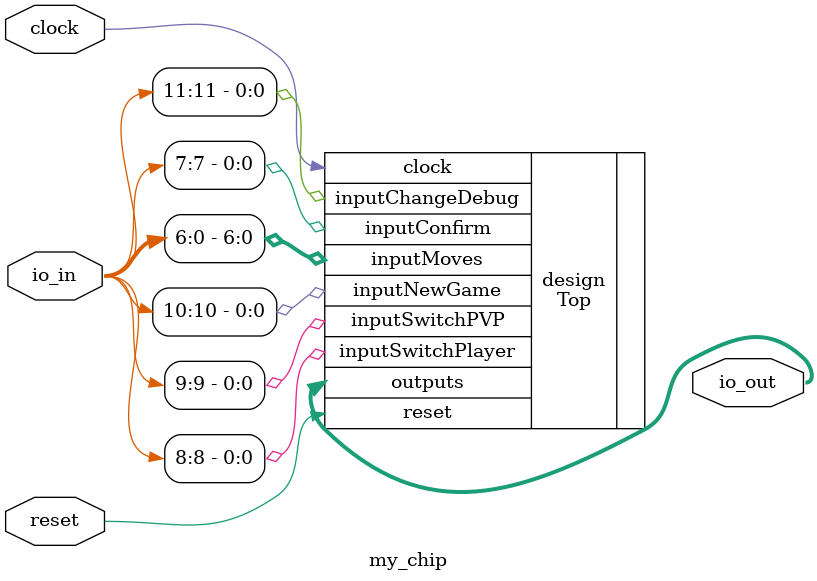
<source format=sv>
`default_nettype none

module my_chip (
    input logic [11:0] io_in, // Inputs to your chip
    output logic [11:0] io_out, // Outputs from your chip
    input logic clock,
    input logic reset // Important: Reset is ACTIVE-HIGH
);
    
    Top design (.clock(clock), .reset(reset), .inputMoves(io_in[6:0]), .inputConfirm(io_in[7]),
                .inputSwitchPlayer(io_in[8]), .inputSwitchPVP(io_in[9]), .inputNewGame(io_in[10]),
                .inputChangeDebug(io_in[11]),
                .outputs(io_out));

endmodule

</source>
